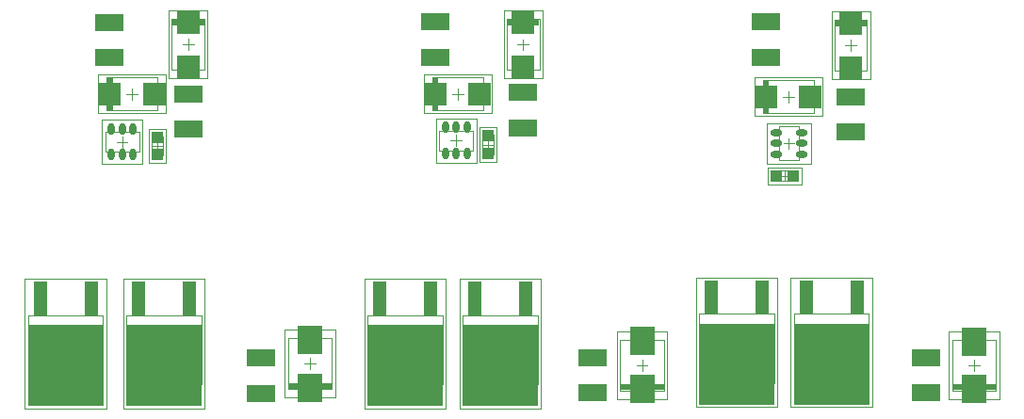
<source format=gtp>
G04*
G04 #@! TF.GenerationSoftware,Altium Limited,Altium Designer,18.1.6 (161)*
G04*
G04 Layer_Color=8421504*
%FSLAX25Y25*%
%MOIN*%
G70*
G01*
G75*
%ADD13C,0.00394*%
%ADD14R,0.11496X0.02420*%
%ADD15R,0.15512X0.02420*%
%ADD16R,0.02420X0.11496*%
%ADD17C,0.00197*%
%ADD18R,0.07874X0.07874*%
%ADD19R,0.09055X0.09843*%
%ADD20R,0.03937X0.04134*%
%ADD21O,0.02362X0.04331*%
%ADD22R,0.04921X0.12008*%
%ADD23R,0.26772X0.28740*%
%ADD24R,0.09843X0.05906*%
%ADD25R,0.07874X0.07874*%
%ADD26R,0.04134X0.03937*%
%ADD27O,0.04331X0.02362*%
D13*
X180604Y337496D02*
X192100D01*
X180604Y319504D02*
X192100D01*
Y337496D01*
X180604Y319504D02*
Y337496D01*
X237256Y206504D02*
Y224496D01*
X221744Y206504D02*
Y224496D01*
X237256D01*
X221744Y206504D02*
X237256D01*
X177370Y289102D02*
Y295992D01*
X173630Y289102D02*
Y295992D01*
X177370D01*
X173630Y289102D02*
X177370D01*
X156996Y297468D02*
X169004D01*
X156996Y290579D02*
X169004D01*
Y297468D01*
X156996Y290579D02*
Y297468D01*
X164453Y232594D02*
X191028D01*
X164453Y208106D02*
X191028D01*
Y232594D01*
X164453Y208106D02*
Y232594D01*
X389730Y304252D02*
Y315748D01*
X407722Y304252D02*
Y315748D01*
X389730D02*
X407722D01*
X389730Y304252D02*
X407722D01*
X472256Y205927D02*
Y223919D01*
X456744Y205927D02*
Y223919D01*
X472256D01*
X456744Y205927D02*
X472256D01*
X415130Y319150D02*
Y337142D01*
X426626Y319150D02*
Y337142D01*
X415130Y319150D02*
X426626D01*
X415130Y337142D02*
X426626D01*
X272730Y305252D02*
Y316748D01*
X290722Y305252D02*
Y316748D01*
X272730D02*
X290722D01*
X272730Y305252D02*
X290722D01*
X339244Y205960D02*
X354756D01*
X339244Y223952D02*
X354756D01*
X339244Y205960D02*
Y223952D01*
X354756Y205960D02*
Y223952D01*
X299204Y337402D02*
X310700D01*
X299204Y319410D02*
X310700D01*
Y337402D01*
X299204Y319410D02*
Y337402D01*
X157504Y305252D02*
Y316748D01*
X175496Y305252D02*
Y316748D01*
X157504D02*
X175496D01*
X157504Y305252D02*
X175496D01*
X367211Y233095D02*
X393786D01*
X367211Y208606D02*
X393786D01*
Y233095D01*
X367211Y208606D02*
Y233095D01*
X249897Y232695D02*
X276472D01*
X249897Y208206D02*
X276472D01*
Y232695D01*
X249897Y208206D02*
Y232695D01*
X129728Y232594D02*
X156303D01*
X129728Y208106D02*
X156303D01*
Y232594D01*
X129728Y208106D02*
Y232594D01*
X394055Y280130D02*
X400945D01*
X394055Y283870D02*
X400945D01*
Y280130D02*
Y283870D01*
X394055Y280130D02*
Y283870D01*
X290630Y289555D02*
X294370D01*
X290630Y296445D02*
X294370D01*
X290630Y289555D02*
Y296445D01*
X294370Y289555D02*
Y296445D01*
X402423Y287396D02*
Y299404D01*
X395533Y287396D02*
Y299404D01*
Y287396D02*
X402423D01*
X395533Y299404D02*
X402423D01*
X275256Y291029D02*
Y297919D01*
X287264Y291029D02*
Y297919D01*
X275256Y291029D02*
X287264D01*
X275256Y297919D02*
X287264D01*
X400727Y233095D02*
X427302D01*
X400727Y208606D02*
X427302D01*
Y233095D01*
X400727Y208606D02*
Y233095D01*
X283413Y232639D02*
X309987D01*
X283413Y208151D02*
X309987D01*
Y232639D01*
X283413Y208151D02*
Y232639D01*
X179462Y340508D02*
X193242D01*
X179462Y316492D02*
X193242D01*
Y340508D01*
X179462Y316492D02*
Y340508D01*
X186352Y326532D02*
Y330469D01*
X184383Y328500D02*
X188321D01*
X227532Y215500D02*
X231469D01*
X229500Y213531D02*
Y217469D01*
X238358Y203492D02*
Y227508D01*
X220642Y203492D02*
Y227508D01*
X238358D01*
X220642Y203492D02*
X238358D01*
X173630Y292547D02*
X177370D01*
X175500Y290677D02*
Y294417D01*
X163000Y292055D02*
Y295992D01*
X161031Y294024D02*
X164969D01*
X163370Y245488D02*
X192110D01*
X163370Y199622D02*
X192110D01*
Y245488D01*
X163370Y199622D02*
Y245488D01*
X177740Y220587D02*
Y224524D01*
X175772Y222555D02*
X179709D01*
X386718Y303110D02*
Y316890D01*
X410734Y303110D02*
Y316890D01*
X386718D02*
X410734D01*
X386718Y303110D02*
X410734D01*
X396758Y310000D02*
X400695D01*
X398726Y308032D02*
Y311968D01*
X462532Y214923D02*
X466468D01*
X464500Y212954D02*
Y216891D01*
X473358Y202915D02*
Y226931D01*
X455642Y202915D02*
Y226931D01*
X473358D01*
X455642Y202915D02*
X473358D01*
X418910Y328146D02*
X422847D01*
X420878Y326177D02*
Y330114D01*
X413988Y316138D02*
Y340154D01*
X427768Y316138D02*
Y340154D01*
X413988Y316138D02*
X427768D01*
X413988Y340154D02*
X427768D01*
X269718Y304110D02*
Y317890D01*
X293734Y304110D02*
Y317890D01*
X269718D02*
X293734D01*
X269718Y304110D02*
X293734D01*
X279757Y311000D02*
X283695D01*
X281726Y309032D02*
Y312968D01*
X338142Y202948D02*
X355858D01*
X338142Y226964D02*
X355858D01*
X338142Y202948D02*
Y226964D01*
X355858Y202948D02*
Y226964D01*
X347000Y212987D02*
Y216924D01*
X345031Y214956D02*
X348969D01*
X298062Y340414D02*
X311842D01*
X298062Y316398D02*
X311842D01*
Y340414D01*
X298062Y316398D02*
Y340414D01*
X304952Y326438D02*
Y330375D01*
X302983Y328406D02*
X306921D01*
X154492Y304110D02*
Y317890D01*
X178508Y304110D02*
Y317890D01*
X154492D02*
X178508D01*
X154492Y304110D02*
X178508D01*
X164532Y311000D02*
X168468D01*
X166500Y309032D02*
Y312968D01*
X366128Y245988D02*
X394868D01*
X366128Y200122D02*
X394868D01*
Y245988D01*
X366128Y200122D02*
Y245988D01*
X380498Y221087D02*
Y225024D01*
X378530Y223055D02*
X382467D01*
X248814Y245588D02*
X277554D01*
X248814Y199722D02*
X277554D01*
Y245588D01*
X248814Y199722D02*
Y245588D01*
X263184Y220687D02*
Y224624D01*
X261216Y222655D02*
X265153D01*
X128646Y245488D02*
X157386D01*
X128646Y199622D02*
X157386D01*
Y245488D01*
X128646Y199622D02*
Y245488D01*
X143016Y220587D02*
Y224524D01*
X141047Y222555D02*
X144984D01*
X397500Y280130D02*
Y283870D01*
X395630Y282000D02*
X399370D01*
X292500Y291130D02*
Y294870D01*
X290630Y293000D02*
X294370D01*
X397009Y293400D02*
X400947D01*
X398978Y291431D02*
Y295369D01*
X279291Y294474D02*
X283228D01*
X281260Y292506D02*
Y296443D01*
X399644Y245988D02*
X428384D01*
X399644Y200122D02*
X428384D01*
Y245988D01*
X399644Y200122D02*
Y245988D01*
X414014Y221087D02*
Y225024D01*
X412046Y223055D02*
X415983D01*
X282330Y245533D02*
X311070D01*
X282330Y199667D02*
X311070D01*
Y245533D01*
X282330Y199667D02*
Y245533D01*
X296700Y220632D02*
Y224569D01*
X294731Y222600D02*
X298669D01*
D14*
X186352Y336286D02*
D03*
X420878Y335932D02*
D03*
X304952Y336192D02*
D03*
D15*
X229500Y207714D02*
D03*
X464500Y207137D02*
D03*
X347000Y207170D02*
D03*
D16*
X390940Y310000D02*
D03*
X273939Y311000D02*
D03*
X158714D02*
D03*
D17*
X178453Y286445D02*
Y298650D01*
X172547Y286445D02*
Y298650D01*
X178453D01*
X172547Y286445D02*
X178453D01*
X155913Y301799D02*
X170087D01*
X155913Y286248D02*
X170087D01*
Y301799D01*
X155913Y286248D02*
Y301799D01*
X391398Y279047D02*
X403602D01*
X391398Y284953D02*
X403602D01*
Y279047D02*
Y284953D01*
X391398Y279047D02*
Y284953D01*
X289547Y286898D02*
X295453D01*
X289547Y299102D02*
X295453D01*
X289547Y286898D02*
Y299102D01*
X295453Y286898D02*
Y299102D01*
X406753Y286313D02*
Y300487D01*
X391202Y286313D02*
Y300487D01*
Y286313D02*
X406753D01*
X391202Y300487D02*
X406753D01*
X274173Y286698D02*
Y302250D01*
X288347Y286698D02*
Y302250D01*
X274173Y286698D02*
X288347D01*
X274173Y302250D02*
X288347D01*
D18*
X186352Y336374D02*
D03*
Y320626D02*
D03*
X420878Y320272D02*
D03*
Y336020D02*
D03*
X304952Y336280D02*
D03*
Y320532D02*
D03*
D19*
X229500Y223965D02*
D03*
Y207035D02*
D03*
X464500Y223387D02*
D03*
Y206458D02*
D03*
X347000Y206491D02*
D03*
Y223421D02*
D03*
D20*
X175500Y295697D02*
D03*
Y289398D02*
D03*
X292500Y289850D02*
D03*
Y296150D02*
D03*
D21*
X166740Y298650D02*
D03*
X163000D02*
D03*
X159260D02*
D03*
Y289398D02*
D03*
X163000D02*
D03*
X166740D02*
D03*
X285000Y289848D02*
D03*
X281260D02*
D03*
X277520D02*
D03*
Y299100D02*
D03*
X281260D02*
D03*
X285000D02*
D03*
D22*
X186756Y238500D02*
D03*
X168724D02*
D03*
X389514Y239000D02*
D03*
X371483D02*
D03*
X272200Y238600D02*
D03*
X254169D02*
D03*
X152032Y238500D02*
D03*
X134000D02*
D03*
X423030Y239000D02*
D03*
X404998D02*
D03*
X305716Y238545D02*
D03*
X287684D02*
D03*
D23*
X177740Y214878D02*
D03*
X380498Y215378D02*
D03*
X263184Y214978D02*
D03*
X143016Y214878D02*
D03*
X414014Y215378D02*
D03*
X296700Y214923D02*
D03*
D24*
X186352Y298480D02*
D03*
Y311000D02*
D03*
X390852Y336520D02*
D03*
Y324000D02*
D03*
X447500Y217578D02*
D03*
Y205058D02*
D03*
X420878Y310020D02*
D03*
Y297500D02*
D03*
X273852Y323880D02*
D03*
Y336400D02*
D03*
X329500Y205058D02*
D03*
Y217578D02*
D03*
X304952Y299000D02*
D03*
Y311520D02*
D03*
X158500Y323761D02*
D03*
Y336280D02*
D03*
X212000Y205000D02*
D03*
Y217520D02*
D03*
D25*
X390852Y310000D02*
D03*
X406600D02*
D03*
X273852Y311000D02*
D03*
X289600D02*
D03*
X158626D02*
D03*
X174374D02*
D03*
D26*
X400650Y282000D02*
D03*
X394350D02*
D03*
D27*
X403604Y289660D02*
D03*
Y293400D02*
D03*
Y297140D02*
D03*
X394352D02*
D03*
Y293400D02*
D03*
Y289660D02*
D03*
M02*

</source>
